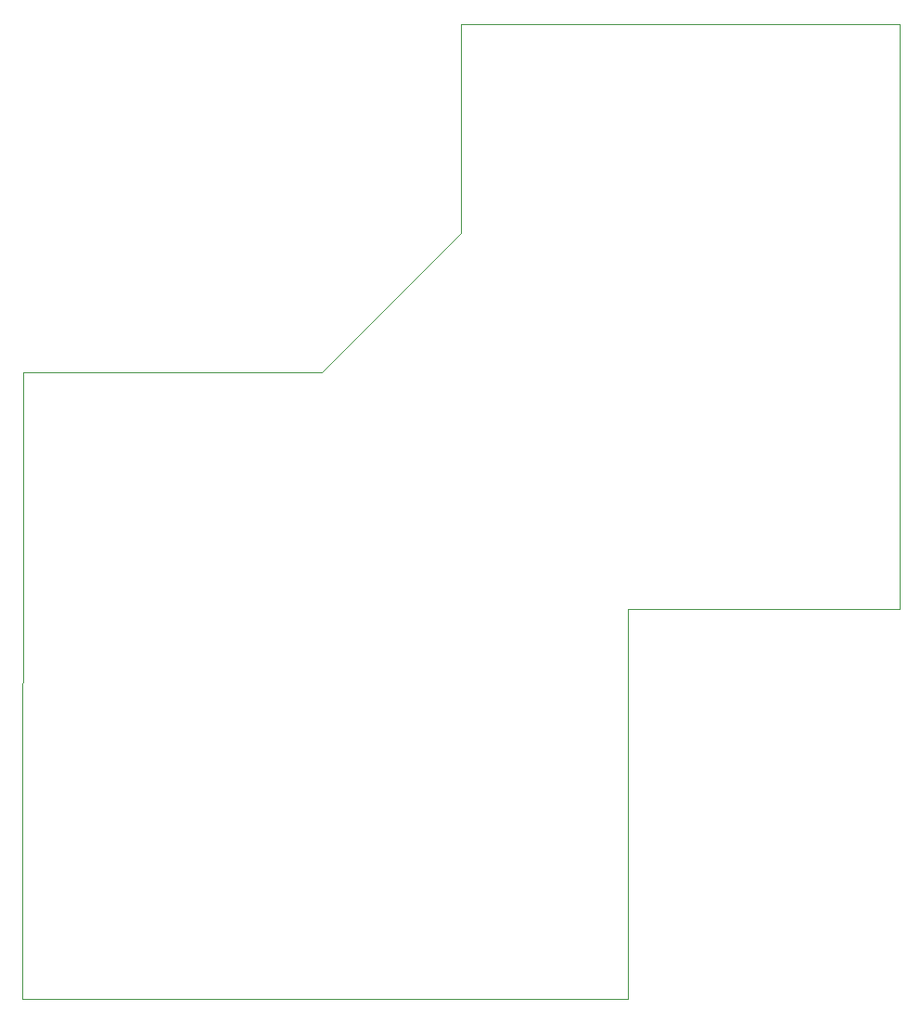
<source format=gbr>
%TF.GenerationSoftware,KiCad,Pcbnew,(5.1.7)-1*%
%TF.CreationDate,2021-07-10T09:41:01+01:00*%
%TF.ProjectId,Apricot-Floppy-Controller-daughter-board,41707269-636f-4742-9d46-6c6f7070792d,rev?*%
%TF.SameCoordinates,Original*%
%TF.FileFunction,Profile,NP*%
%FSLAX46Y46*%
G04 Gerber Fmt 4.6, Leading zero omitted, Abs format (unit mm)*
G04 Created by KiCad (PCBNEW (5.1.7)-1) date 2021-07-10 09:41:01*
%MOMM*%
%LPD*%
G01*
G04 APERTURE LIST*
%TA.AperFunction,Profile*%
%ADD10C,0.050000*%
%TD*%
G04 APERTURE END LIST*
D10*
X101600000Y-88900000D02*
X114300000Y-76136500D01*
X154305000Y-57150000D02*
X154305000Y-110490000D01*
X114300000Y-57150000D02*
X154305000Y-57150000D01*
X114300000Y-76136500D02*
X114300000Y-57150000D01*
X74295000Y-88900000D02*
X101600000Y-88900000D01*
X74231500Y-146050000D02*
X74295000Y-88900000D01*
X129540000Y-146050000D02*
X74231500Y-146050000D01*
X129540000Y-110490000D02*
X129540000Y-146050000D01*
X154305000Y-110490000D02*
X129540000Y-110490000D01*
M02*

</source>
